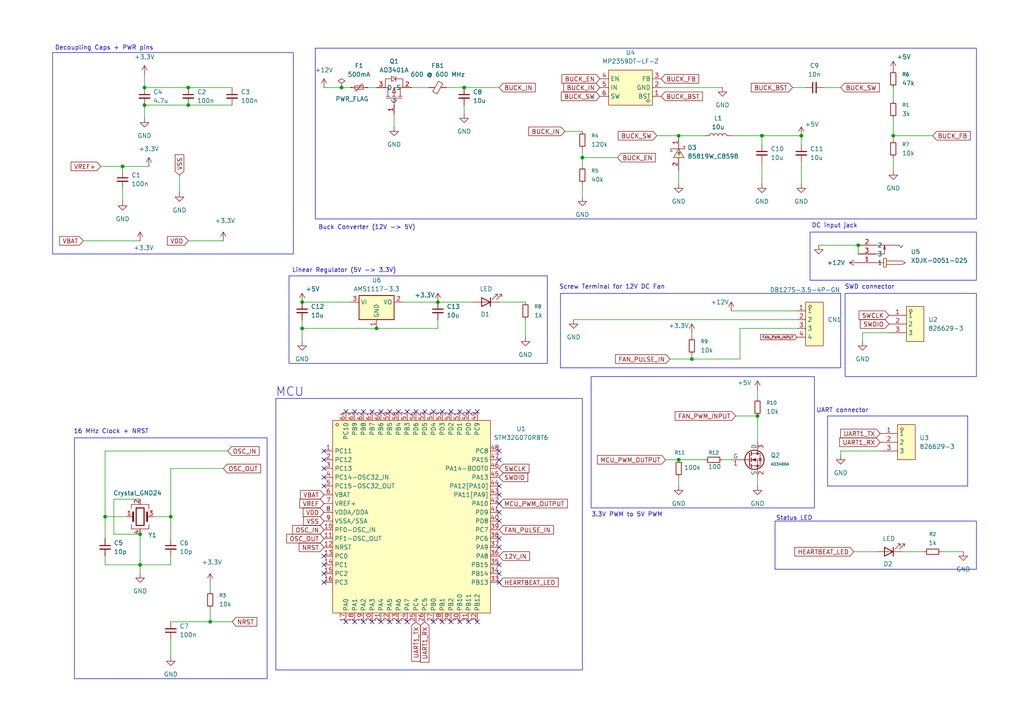
<source format=kicad_sch>
(kicad_sch (version 20250114) (generator "eeschema") (generator_version "9.0")
  (paper "A4")
  (title_block (title "STM32 fan controller") (date "2025-08-30") (rev "v1") (company "github.com/joubiti"))
  (lib_symbols
    (symbol "Device:C_Small" (pin_numbers (hide yes)) (pin_names (offset 0.254) (hide yes))
      (property "Reference" "C" (at 0.254 1.778 0))
      (property "Value" "C_Small" (at 0.254 -2.032 0))
      (symbol "C_Small_1_1"
        (pin passive line (at 0 2.54 270) (length 2.032) (name "~") (number "1"))
        (pin passive line (at 0 -2.54 90) (length 2.032) (name "~") (number "2"))
      )
    )
    (symbol "Device:Crystal_GND24" (pin_names (offset 1.016) (hide yes))
      (property "Reference" "Y" (at 3.175 5.08 0))
      (property "Value" "Crystal_GND24" (at 3.175 3.175 0))
      (symbol "Crystal_GND24_1_1"
        (pin passive line (at -3.81 0 0) (length 1.27) (name "1") (number "1"))
        (pin passive line (at 0 5.08 270) (length 1.27) (name "2") (number "2"))
        (pin passive line (at 0 -5.08 90) (length 1.27) (name "4") (number "4"))
        (pin passive line (at 3.81 0 180) (length 1.27) (name "3") (number "3"))
      )
    )
    (symbol "Device:FerriteBead_Small" (pin_numbers (hide yes)) (pin_names (offset 0))
      (property "Reference" "FB" (at 1.905 1.27 0))
      (property "Value" "FerriteBead_Small" (at 1.905 -1.27 0))
      (symbol "FerriteBead_Small_1_1"
        (pin passive line (at 0 2.54 270) (length 1.27) (name "~") (number "1"))
        (pin passive line (at 0 -2.54 90) (length 1.27) (name "~") (number "2"))
      )
    )
    (symbol "Device:L" (pin_numbers (hide yes)) (pin_names (offset 1.016) (hide yes))
      (property "Reference" "L" (at -1.27 0 90))
      (property "Value" "L" (at 1.905 0 90))
      (symbol "L_1_1"
        (pin passive line (at 0 3.81 270) (length 1.27) (name "1") (number "1"))
        (pin passive line (at 0 -3.81 90) (length 1.27) (name "2") (number "2"))
      )
    )
    (symbol "Device:LED" (pin_numbers (hide yes)) (pin_names (offset 1.016) (hide yes))
      (property "Reference" "D" (at 0 2.54 0))
      (property "Value" "LED" (at 0 -2.54 0))
      (symbol "LED_1_1"
        (pin passive line (at -3.81 0 0) (length 2.54) (name "K") (number "1"))
        (pin passive line (at 3.81 0 180) (length 2.54) (name "A") (number "2"))
      )
    )
    (symbol "Device:Polyfuse_Small" (pin_numbers (hide yes)) (pin_names (offset 0))
      (property "Reference" "F" (at -1.905 0 90))
      (property "Value" "Polyfuse_Small" (at 1.905 0 90))
      (symbol "Polyfuse_Small_1_1"
        (pin passive line (at 0 2.54 270) (length 0.635) (name "~") (number "1"))
        (pin passive line (at 0 -2.54 90) (length 0.635) (name "~") (number "2"))
      )
    )
    (symbol "Device:R_Small" (pin_numbers (hide yes)) (pin_names (offset 0.254) (hide yes))
      (property "Reference" "R" (at 0 0 90))
      (property "Value" "R_Small" (at 1.778 0 90))
      (symbol "R_Small_1_1"
        (pin passive line (at 0 2.54 270) (length 0.762) (name "~") (number "1"))
        (pin passive line (at 0 -2.54 90) (length 0.762) (name "~") (number "2"))
      )
    )
    (symbol "PCM_JLCPCB-Transistors:NMOS,AO3400A" (pin_names (offset 0))
      (property "Reference" "Q" (at 4.8514 0.834 0))
      (property "Value" "AO3400A" (at 4.8514 -1.2122 0))
      (symbol "NMOS,AO3400A_1_1"
        (pin input line (at -5.08 0 0) (length 2.54) (name "G") (number "1"))
        (pin passive line (at 2.54 5.08 270) (length 2.54) (name "D") (number "3"))
        (pin passive line (at 2.54 -5.08 90) (length 2.54) (name "S") (number "2"))
      )
    )
    (symbol "Regulator_Linear:AMS1117-3.3"
      (property "Reference" "U" (at -3.81 3.175 0))
      (property "Value" "AMS1117-3.3" (at 0 3.175 0))
      (symbol "AMS1117-3.3_1_1"
        (pin power_in line (at -7.62 0 0) (length 2.54) (name "VI") (number "3"))
        (pin power_in line (at 0 -7.62 90) (length 2.54) (name "GND") (number "1"))
        (pin power_out line (at 7.62 0 180) (length 2.54) (name "VO") (number "2"))
      )
    )
    (symbol "easyeda2kicad:826629-3"
      (property "Reference" "U" (at 0 -2.54 0))
      (property "Value" "826629-3" (at 0 -12.7 0))
      (symbol "826629-3_0_1"
        (pin unspecified line (at -2.54 -7.62 90) (length 5.08) (name "1") (number "1"))
        (pin unspecified line (at 0 -7.62 90) (length 5.08) (name "2") (number "2"))
        (pin unspecified line (at 2.54 -7.62 90) (length 5.08) (name "3") (number "3"))
      )
    )
    (symbol "easyeda2kicad:AO3401A"
      (property "Reference" "Q" (at 0 10.16 0))
      (property "Value" "AO3401A" (at 0 -10.16 0))
      (symbol "AO3401A_0_1"
        (pin unspecified line (at -5.08 0 0) (length 2.54) (name "G") (number "1"))
        (pin unspecified line (at 2.54 5.08 270) (length 2.54) (name "D") (number "3"))
        (pin unspecified line (at 2.54 -5.08 90) (length 2.54) (name "S") (number "2"))
      )
    )
    (symbol "easyeda2kicad:B5819W_C8598"
      (property "Reference" "D" (at 0 5.08 0))
      (property "Value" "B5819W_C8598" (at 0 -5.08 0))
      (symbol "B5819W_C8598_0_1"
        (pin unspecified line (at -5.08 0 0) (length 3.81) (name "-") (number "1"))
        (pin unspecified line (at 5.08 0 180) (length 3.81) (name "+") (number "2"))
      )
    )
    (symbol "easyeda2kicad:DB127S-3.5-4P-GN"
      (property "Reference" "CN" (at 0 8.89 0))
      (property "Value" "DB127S-3.5-4P-GN" (at 0 -8.89 0))
      (symbol "DB127S-3.5-4P-GN_0_1"
        (pin unspecified line (at -5.08 3.81 0) (length 2.54) (name "1") (number "1"))
        (pin unspecified line (at -5.08 1.27 0) (length 2.54) (name "2") (number "2"))
        (pin unspecified line (at -5.08 -1.27 0) (length 2.54) (name "3") (number "3"))
        (pin unspecified line (at -5.08 -3.81 0) (length 2.54) (name "4") (number "4"))
      )
    )
    (symbol "easyeda2kicad:MP2359DT-LF-Z"
      (property "Reference" "U" (at 0 7.62 0))
      (property "Value" "MP2359DT-LF-Z" (at 0 -7.62 0))
      (symbol "MP2359DT-LF-Z_0_1"
        (pin unspecified line (at -8.89 2.54 0) (length 2.54) (name "BST") (number "1"))
        (pin unspecified line (at -8.89 0 0) (length 2.54) (name "GND") (number "2"))
        (pin unspecified line (at -8.89 -2.54 0) (length 2.54) (name "FB") (number "3"))
        (pin unspecified line (at 8.89 2.54 180) (length 2.54) (name "SW") (number "6"))
        (pin unspecified line (at 8.89 0 180) (length 2.54) (name "IN") (number "5"))
        (pin unspecified line (at 8.89 -2.54 180) (length 2.54) (name "EN") (number "4"))
      )
    )
    (symbol "easyeda2kicad:STM32G070RBT6"
      (property "Reference" "U" (at 0 35.56 0))
      (property "Value" "STM32G070RBT6" (at 0 -35.56 0))
      (symbol "STM32G070RBT6_0_1"
        (pin unspecified line (at -25.4 19.05 0) (length 2.54) (name "PC11") (number "1"))
        (pin unspecified line (at -25.4 16.51 0) (length 2.54) (name "PC12") (number "2"))
        (pin unspecified line (at -25.4 13.97 0) (length 2.54) (name "PC13") (number "3"))
        (pin unspecified line (at -25.4 11.43 0) (length 2.54) (name "PC14-OSC32_IN") (number "4"))
        (pin unspecified line (at -25.4 8.89 0) (length 2.54) (name "PC15-OSC32_OUT") (number "5"))
        (pin unspecified line (at -25.4 6.35 0) (length 2.54) (name "VBAT") (number "6"))
        (pin unspecified line (at -25.4 3.81 0) (length 2.54) (name "VREF+") (number "7"))
        (pin unspecified line (at -25.4 1.27 0) (length 2.54) (name "VDDA/DDA") (number "8"))
        (pin unspecified line (at -25.4 -1.27 0) (length 2.54) (name "VSSA/SSA") (number "9"))
        (pin unspecified line (at -25.4 -3.81 0) (length 2.54) (name "PF0-OSC_IN") (number "10"))
        (pin unspecified line (at -25.4 -6.35 0) (length 2.54) (name "PF1-OSC_OUT") (number "11"))
        (pin unspecified line (at -25.4 -8.89 0) (length 2.54) (name "NRST") (number "12"))
        (pin unspecified line (at -25.4 -11.43 0) (length 2.54) (name "PC0") (number "13"))
        (pin unspecified line (at -25.4 -13.97 0) (length 2.54) (name "PC1") (number "14"))
        (pin unspecified line (at -25.4 -16.51 0) (length 2.54) (name "PC2") (number "15"))
        (pin unspecified line (at -25.4 -19.05 0) (length 2.54) (name "PC3") (number "16"))
        (pin unspecified line (at -19.05 30.48 270) (length 2.54) (name "PC10") (number "64"))
        (pin unspecified line (at -19.05 -30.48 90) (length 2.54) (name "PA0") (number "17"))
        (pin unspecified line (at -16.51 30.48 270) (length 2.54) (name "PB9") (number "63"))
        (pin unspecified line (at -16.51 -30.48 90) (length 2.54) (name "PA1") (number "18"))
        (pin unspecified line (at -13.97 30.48 270) (length 2.54) (name "PB8") (number "62"))
        (pin unspecified line (at -13.97 -30.48 90) (length 2.54) (name "PA2") (number "19"))
        (pin unspecified line (at -11.43 30.48 270) (length 2.54) (name "PB7") (number "61"))
        (pin unspecified line (at -11.43 -30.48 90) (length 2.54) (name "PA3") (number "20"))
        (pin unspecified line (at -8.89 30.48 270) (length 2.54) (name "PB6") (number "60"))
        (pin unspecified line (at -8.89 -30.48 90) (length 2.54) (name "PA4") (number "21"))
        (pin unspecified line (at -6.35 30.48 270) (length 2.54) (name "PB5") (number "59"))
        (pin unspecified line (at -6.35 -30.48 90) (length 2.54) (name "PA5") (number "22"))
        (pin unspecified line (at -3.81 30.48 270) (length 2.54) (name "PB4") (number "58"))
        (pin unspecified line (at -3.81 -30.48 90) (length 2.54) (name "PA6") (number "23"))
        (pin unspecified line (at -1.27 30.48 270) (length 2.54) (name "PB3") (number "57"))
        (pin unspecified line (at -1.27 -30.48 90) (length 2.54) (name "PA7") (number "24"))
        (pin unspecified line (at 1.27 30.48 270) (length 2.54) (name "PD6") (number "56"))
        (pin unspecified line (at 1.27 -30.48 90) (length 2.54) (name "PC4") (number "25"))
        (pin unspecified line (at 3.81 30.48 270) (length 2.54) (name "PD5") (number "55"))
        (pin unspecified line (at 3.81 -30.48 90) (length 2.54) (name "PC5") (number "26"))
        (pin unspecified line (at 6.35 30.48 270) (length 2.54) (name "PD4") (number "54"))
        (pin unspecified line (at 6.35 -30.48 90) (length 2.54) (name "PB0") (number "27"))
        (pin unspecified line (at 8.89 30.48 270) (length 2.54) (name "PD3") (number "53"))
        (pin unspecified line (at 8.89 -30.48 90) (length 2.54) (name "PB1") (number "28"))
        (pin unspecified line (at 11.43 30.48 270) (length 2.54) (name "PD2") (number "52"))
        (pin unspecified line (at 11.43 -30.48 90) (length 2.54) (name "PB2") (number "29"))
        (pin unspecified line (at 13.97 30.48 270) (length 2.54) (name "PD1") (number "51"))
        (pin unspecified line (at 13.97 -30.48 90) (length 2.54) (name "PB10") (number "30"))
        (pin unspecified line (at 16.51 30.48 270) (length 2.54) (name "PD0") (number "50"))
        (pin unspecified line (at 16.51 -30.48 90) (length 2.54) (name "PB11") (number "31"))
        (pin unspecified line (at 19.05 30.48 270) (length 2.54) (name "PC9") (number "49"))
        (pin unspecified line (at 19.05 -30.48 90) (length 2.54) (name "PB12") (number "32"))
        (pin unspecified line (at 25.4 19.05 180) (length 2.54) (name "PC8") (number "48"))
        (pin unspecified line (at 25.4 16.51 180) (length 2.54) (name "PA15") (number "47"))
        (pin unspecified line (at 25.4 13.97 180) (length 2.54) (name "PA14-BOOT0") (number "46"))
        (pin unspecified line (at 25.4 11.43 180) (length 2.54) (name "PA13") (number "45"))
        (pin unspecified line (at 25.4 8.89 180) (length 2.54) (name "PA12[PA10]") (number "44"))
        (pin unspecified line (at 25.4 6.35 180) (length 2.54) (name "PA11[PA9]") (number "43"))
        (pin unspecified line (at 25.4 3.81 180) (length 2.54) (name "PA10") (number "42"))
        (pin unspecified line (at 25.4 1.27 180) (length 2.54) (name "PD9") (number "41"))
        (pin unspecified line (at 25.4 -1.27 180) (length 2.54) (name "PD8") (number "40"))
        (pin unspecified line (at 25.4 -3.81 180) (length 2.54) (name "PC7") (number "39"))
        (pin unspecified line (at 25.4 -6.35 180) (length 2.54) (name "PC6") (number "38"))
        (pin unspecified line (at 25.4 -8.89 180) (length 2.54) (name "PA9") (number "37"))
        (pin unspecified line (at 25.4 -11.43 180) (length 2.54) (name "PA8") (number "36"))
        (pin unspecified line (at 25.4 -13.97 180) (length 2.54) (name "PB15") (number "35"))
        (pin unspecified line (at 25.4 -16.51 180) (length 2.54) (name "PB14") (number "34"))
        (pin unspecified line (at 25.4 -19.05 180) (length 2.54) (name "PB13") (number "33"))
      )
    )
    (symbol "easyeda2kicad:XDJK-0051-025"
      (property "Reference" "U" (at 0 7.62 0))
      (property "Value" "XDJK-0051-025" (at 0 -7.62 0))
      (symbol "XDJK-0051-025_0_1"
        (pin unspecified line (at 7.62 2.54 180) (length 5.08) (name "1") (number "1"))
        (pin unspecified line (at 7.62 0 180) (length 5.08) (name "3") (number "3"))
        (pin unspecified line (at 7.62 -2.54 180) (length 5.08) (name "2") (number "2"))
      )
    )
    (symbol "power:+12V" (power) (pin_numbers (hide yes)) (pin_names (offset 0) (hide yes))
      (property "Value" "+12V" (at 0 3.556 0))
      (symbol "+12V_1_1"
        (pin power_in line (at 0 0 90) (length 0) (name "~") (number "1"))
      )
    )
    (symbol "power:+3.3V" (power) (pin_numbers (hide yes)) (pin_names (offset 0) (hide yes))
      (property "Value" "+3.3V" (at 0 3.556 0))
      (symbol "+3.3V_1_1"
        (pin power_in line (at 0 0 90) (length 0) (name "~") (number "1"))
      )
    )
    (symbol "power:GND" (power) (pin_numbers (hide yes)) (pin_names (offset 0) (hide yes))
      (property "Value" "GND" (at 0 -3.81 0))
      (symbol "GND_1_1"
        (pin power_in line (at 0 0 270) (length 0) (name "~") (number "1"))
      )
    )
    (symbol "power:PWR_FLAG" (power) (pin_numbers (hide yes)) (pin_names (offset 0) (hide yes))
      (property "Value" "PWR_FLAG" (at 0 3.81 0))
      (symbol "PWR_FLAG_0_0"
        (pin power_out line (at 0 0 90) (length 0) (name "~") (number "1"))
      )
    )
  )
  (rectangle (start 245.11 85.09) (end 283.21 109.22))
  (rectangle (start 171.45 109.22) (end 236.22 147.32))
  (rectangle (start 234.95 67.31) (end 283.21 81.28))
  (rectangle (start 224.79 151.13) (end 283.21 165.1))
  (rectangle (start 162.56 85.09) (end 243.84 106.68))
  (rectangle (start 240.03 120.65) (end 280.67 140.97))
  (rectangle (start 21.59 127) (end 77.47 196.85))
  (rectangle (start 83.82 80.01) (end 158.75 105.41))
  (rectangle (start 91.44 13.97) (end 283.21 63.5))
  (rectangle (start 15.24 15.24) (end 85.09 73.66))
  (rectangle (start 80.01 115.57) (end 168.91 194.31))
  (text "MCU" (at 84.074 113.792 0) (effects (font (size 2.54 2.54))))
  (text "UART connector\n" (at 244.348 119.126 0) (effects (font (size 1.27 1.27))))
  (text "Buck Converter (12V -> 5V)" (at 106.426 66.04 0) (effects (font (size 1.27 1.27))))
  (text "Linear Regulator (5V -> 3.3V)" (at 99.822 78.486 0) (effects (font (size 1.27 1.27))))
  (text "Status LED" (at 230.378 150.368 0) (effects (font (size 1.27 1.27))))
  (text "Screw Terminal for 12V DC Fan" (at 177.546 83.312 0) (effects (font (size 1.27 1.27))))
  (text "16 MHz Clock + NRST" (at 32.258 125.222 0) (effects (font (size 1.27 1.27))))
  (text "SWD connector\n" (at 252.222 83.312 0) (effects (font (size 1.27 1.27))))
  (text "DC input jack" (at 242.062 65.532 0) (effects (font (size 1.27 1.27))))
  (text "Decoupling Caps + PWR pins" (at 30.226 13.97 0) (effects (font (size 1.27 1.27))))
  (text "3.3V PWM to 5V PWM" (at 181.864 149.352 0) (effects (font (size 1.27 1.27))))
  (junction (at 60.96 180.34))
  (junction (at 41.91 30.48))
  (junction (at 49.53 149.86))
  (junction (at 200.66 104.14))
  (junction (at 87.63 87.63))
  (junction (at 232.41 39.37))
  (junction (at 259.08 39.37))
  (junction (at 248.92 71.12))
  (junction (at 109.22 95.25))
  (junction (at 220.98 39.37))
  (junction (at 41.91 25.4))
  (junction (at 168.91 45.72))
  (junction (at 134.62 25.4))
  (junction (at 35.56 48.26))
  (junction (at 54.61 25.4))
  (junction (at 30.48 149.86))
  (junction (at 40.64 154.94))
  (junction (at 40.64 163.83))
  (junction (at 219.71 120.65))
  (junction (at 127 87.63))
  (junction (at 99.06 25.4))
  (junction (at 196.85 39.37))
  (junction (at 87.63 95.25))
  (junction (at 54.61 30.48))
  (junction (at 196.85 133.35))
  (no_connect (at 93.98 166.37))
  (no_connect (at 125.73 180.34))
  (no_connect (at 100.33 180.34))
  (no_connect (at 144.78 166.37))
  (no_connect (at 128.27 119.38))
  (no_connect (at 107.95 119.38))
  (no_connect (at 120.65 119.38))
  (no_connect (at 133.35 180.34))
  (no_connect (at 144.78 146.05))
  (no_connect (at 102.87 119.38))
  (no_connect (at 93.98 168.91))
  (no_connect (at 93.98 138.43))
  (no_connect (at 130.81 180.34))
  (no_connect (at 102.87 180.34))
  (no_connect (at 93.98 163.83))
  (no_connect (at 105.41 119.38))
  (no_connect (at 144.78 168.91))
  (no_connect (at 128.27 180.34))
  (no_connect (at 144.78 156.21))
  (no_connect (at 123.19 119.38))
  (no_connect (at 144.78 151.13))
  (no_connect (at 144.78 158.75))
  (no_connect (at 115.57 119.38))
  (no_connect (at 138.43 180.34))
  (no_connect (at 118.11 180.34))
  (no_connect (at 118.11 119.38))
  (no_connect (at 138.43 119.38))
  (no_connect (at 110.49 119.38))
  (no_connect (at 135.89 180.34))
  (no_connect (at 110.49 180.34))
  (no_connect (at 93.98 140.97))
  (no_connect (at 144.78 143.51))
  (no_connect (at 107.95 180.34))
  (no_connect (at 144.78 140.97))
  (no_connect (at 144.78 130.81))
  (no_connect (at 113.03 119.38))
  (no_connect (at 93.98 161.29))
  (no_connect (at 105.41 180.34))
  (no_connect (at 133.35 119.38))
  (no_connect (at 93.98 133.35))
  (no_connect (at 144.78 133.35))
  (no_connect (at 100.33 119.38))
  (no_connect (at 135.89 119.38))
  (no_connect (at 93.98 135.89))
  (no_connect (at 93.98 130.81))
  (no_connect (at 144.78 163.83))
  (no_connect (at 125.73 119.38))
  (no_connect (at 144.78 148.59))
  (no_connect (at 130.81 119.38))
  (no_connect (at 113.03 180.34))
  (no_connect (at 115.57 180.34))
  (wire (pts (xy 30.48 156.21) (xy 30.48 149.86)))
  (wire (pts (xy 229.87 25.4) (xy 233.68 25.4)))
  (wire (pts (xy 40.64 144.78) (xy 33.02 144.78)))
  (wire (pts (xy 134.62 30.48) (xy 134.62 33.02)))
  (wire (pts (xy 168.91 45.72) (xy 168.91 48.26)))
  (wire (pts (xy 87.63 92.71) (xy 87.63 95.25)))
  (wire (pts (xy 219.71 113.03) (xy 219.71 115.57)))
  (wire (pts (xy 24.13 69.85) (xy 40.64 69.85)))
  (wire (pts (xy 30.48 161.29) (xy 30.48 163.83)))
  (wire (pts (xy 168.91 45.72) (xy 179.07 45.72)))
  (wire (pts (xy 196.85 138.43) (xy 196.85 140.97)))
  (wire (pts (xy 114.3 33.02) (xy 114.3 36.83)))
  (wire (pts (xy 166.37 92.71) (xy 231.14 92.71)))
  (wire (pts (xy 87.63 95.25) (xy 87.63 99.06)))
  (wire (pts (xy 64.77 69.85) (xy 54.61 69.85)))
  (wire (pts (xy 49.53 163.83) (xy 40.64 163.83)))
  (wire (pts (xy 49.53 149.86) (xy 49.53 156.21)))
  (wire (pts (xy 49.53 135.89) (xy 49.53 149.86)))
  (wire (pts (xy 49.53 180.34) (xy 60.96 180.34)))
  (wire (pts (xy 93.98 25.4) (xy 99.06 25.4)))
  (wire (pts (xy 219.71 138.43) (xy 219.71 140.97)))
  (wire (pts (xy 212.09 39.37) (xy 220.98 39.37)))
  (wire (pts (xy 273.05 160.02) (xy 279.4 160.02)))
  (wire (pts (xy 237.49 71.12) (xy 248.92 71.12)))
  (wire (pts (xy 54.61 30.48) (xy 67.31 30.48)))
  (wire (pts (xy 220.98 39.37) (xy 220.98 41.91)))
  (wire (pts (xy 109.22 95.25) (xy 127 95.25)))
  (wire (pts (xy 35.56 54.61) (xy 35.56 58.42)))
  (wire (pts (xy 54.61 30.48) (xy 41.91 30.48)))
  (wire (pts (xy 200.66 96.52) (xy 200.66 97.79)))
  (wire (pts (xy 200.66 104.14) (xy 214.63 104.14)))
  (wire (pts (xy 193.04 133.35) (xy 196.85 133.35)))
  (wire (pts (xy 127 95.25) (xy 127 92.71)))
  (wire (pts (xy 49.53 161.29) (xy 49.53 163.83)))
  (wire (pts (xy 214.63 104.14) (xy 214.63 95.25)))
  (wire (pts (xy 41.91 30.48) (xy 41.91 34.29)))
  (wire (pts (xy 87.63 87.63) (xy 101.6 87.63)))
  (wire (pts (xy 168.91 43.18) (xy 168.91 45.72)))
  (wire (pts (xy 144.78 87.63) (xy 152.4 87.63)))
  (wire (pts (xy 49.53 185.42) (xy 49.53 190.5)))
  (wire (pts (xy 196.85 39.37) (xy 204.47 39.37)))
  (wire (pts (xy 60.96 180.34) (xy 67.31 180.34)))
  (wire (pts (xy 220.98 46.99) (xy 220.98 53.34)))
  (wire (pts (xy 60.96 176.53) (xy 60.96 180.34)))
  (wire (pts (xy 190.5 39.37) (xy 196.85 39.37)))
  (wire (pts (xy 250.19 96.52) (xy 250.19 99.06)))
  (wire (pts (xy 213.36 120.65) (xy 219.71 120.65)))
  (wire (pts (xy 243.84 130.81) (xy 243.84 132.08)))
  (wire (pts (xy 219.71 120.65) (xy 219.71 128.27)))
  (wire (pts (xy 152.4 92.71) (xy 152.4 97.79)))
  (wire (pts (xy 261.62 160.02) (xy 267.97 160.02)))
  (wire (pts (xy 232.41 39.37) (xy 232.41 41.91)))
  (wire (pts (xy 212.09 90.17) (xy 231.14 90.17)))
  (wire (pts (xy 119.38 25.4) (xy 124.46 25.4)))
  (wire (pts (xy 35.56 48.26) (xy 43.18 48.26)))
  (wire (pts (xy 259.08 34.29) (xy 259.08 39.37)))
  (wire (pts (xy 40.64 163.83) (xy 40.64 166.37)))
  (wire (pts (xy 99.06 25.4) (xy 101.6 25.4)))
  (wire (pts (xy 257.81 96.52) (xy 250.19 96.52)))
  (wire (pts (xy 163.83 38.1) (xy 168.91 38.1)))
  (wire (pts (xy 214.63 95.25) (xy 231.14 95.25)))
  (wire (pts (xy 52.07 50.8) (xy 52.07 55.88)))
  (wire (pts (xy 64.77 135.89) (xy 49.53 135.89)))
  (wire (pts (xy 191.77 25.4) (xy 209.55 25.4)))
  (wire (pts (xy 259.08 39.37) (xy 270.51 39.37)))
  (wire (pts (xy 127 87.63) (xy 137.16 87.63)))
  (wire (pts (xy 220.98 39.37) (xy 232.41 39.37)))
  (wire (pts (xy 33.02 144.78) (xy 33.02 154.94)))
  (wire (pts (xy 41.91 25.4) (xy 54.61 25.4)))
  (wire (pts (xy 41.91 21.59) (xy 41.91 25.4)))
  (wire (pts (xy 35.56 48.26) (xy 35.56 49.53)))
  (wire (pts (xy 196.85 133.35) (xy 204.47 133.35)))
  (wire (pts (xy 259.08 39.37) (xy 259.08 40.64)))
  (wire (pts (xy 134.62 25.4) (xy 144.78 25.4)))
  (wire (pts (xy 194.31 104.14) (xy 200.66 104.14)))
  (wire (pts (xy 259.08 25.4) (xy 259.08 29.21)))
  (wire (pts (xy 106.68 25.4) (xy 109.22 25.4)))
  (wire (pts (xy 54.61 25.4) (xy 67.31 25.4)))
  (wire (pts (xy 232.41 46.99) (xy 232.41 53.34)))
  (wire (pts (xy 129.54 25.4) (xy 134.62 25.4)))
  (wire (pts (xy 116.84 87.63) (xy 127 87.63)))
  (wire (pts (xy 209.55 133.35) (xy 212.09 133.35)))
  (wire (pts (xy 259.08 45.72) (xy 259.08 49.53)))
  (wire (pts (xy 40.64 154.94) (xy 40.64 163.83)))
  (wire (pts (xy 200.66 104.14) (xy 200.66 102.87)))
  (wire (pts (xy 247.65 160.02) (xy 254 160.02)))
  (wire (pts (xy 29.21 48.26) (xy 35.56 48.26)))
  (wire (pts (xy 60.96 168.91) (xy 60.96 171.45)))
  (wire (pts (xy 238.76 25.4) (xy 243.84 25.4)))
  (wire (pts (xy 30.48 149.86) (xy 36.83 149.86)))
  (wire (pts (xy 30.48 149.86) (xy 30.48 130.81)))
  (wire (pts (xy 255.27 130.81) (xy 243.84 130.81)))
  (wire (pts (xy 30.48 163.83) (xy 40.64 163.83)))
  (wire (pts (xy 30.48 130.81) (xy 66.04 130.81)))
  (wire (pts (xy 87.63 95.25) (xy 109.22 95.25)))
  (wire (pts (xy 168.91 53.34) (xy 168.91 57.15)))
  (wire (pts (xy 44.45 149.86) (xy 49.53 149.86)))
  (wire (pts (xy 248.92 71.12) (xy 248.92 73.66)))
  (wire (pts (xy 196.85 49.53) (xy 196.85 53.34)))
  (wire (pts (xy 33.02 154.94) (xy 40.64 154.94)))
  (global_label "FAN_PULSE_IN" (shape input) (at 194.31 104.14 180) (property "Intersheetrefs" "${INTERSHEET_REFS}" (effects (hide yes))))
  (global_label "FAN_PWM_INPUT" (shape input) (at 231.14 97.79 180) (effects (font (size 0.762 0.762))) (property "Intersheetrefs" "${INTERSHEET_REFS}" (effects (hide yes))))
  (global_label "FAN_PWM_INPUT" (shape input) (at 213.36 120.65 180) (property "Intersheetrefs" "${INTERSHEET_REFS}" (effects (hide yes))))
  (global_label "BUCK_EN" (shape input) (at 173.99 22.86 180) (property "Intersheetrefs" "${INTERSHEET_REFS}" (effects (hide yes))))
  (global_label "BUCK_SW" (shape input) (at 173.99 27.94 180) (property "Intersheetrefs" "${INTERSHEET_REFS}" (effects (hide yes))))
  (global_label "HEARTBEAT_LED" (shape input) (at 144.78 168.91 0) (property "Intersheetrefs" "${INTERSHEET_REFS}" (effects (hide yes))))
  (global_label "VDD" (shape input) (at 93.98 148.59 180) (property "Intersheetrefs" "${INTERSHEET_REFS}" (effects (hide yes))))
  (global_label "BUCK_SW" (shape input) (at 243.84 25.4 0) (property "Intersheetrefs" "${INTERSHEET_REFS}" (effects (hide yes))))
  (global_label "SWDIO" (shape input) (at 257.81 93.98 180) (property "Intersheetrefs" "${INTERSHEET_REFS}" (effects (hide yes))))
  (global_label "BUCK_IN" (shape input) (at 173.99 25.4 180) (property "Intersheetrefs" "${INTERSHEET_REFS}" (effects (hide yes))))
  (global_label "BUCK_BST" (shape input) (at 191.77 27.94 0) (property "Intersheetrefs" "${INTERSHEET_REFS}" (effects (hide yes))))
  (global_label "UART1_RX" (shape input) (at 255.27 128.27 180) (property "Intersheetrefs" "${INTERSHEET_REFS}" (effects (hide yes))))
  (global_label "BUCK_FB" (shape input) (at 270.51 39.37 0) (property "Intersheetrefs" "${INTERSHEET_REFS}" (effects (hide yes))))
  (global_label "VREF+" (shape input) (at 29.21 48.26 180) (property "Intersheetrefs" "${INTERSHEET_REFS}" (effects (hide yes))))
  (global_label "VSS" (shape input) (at 93.98 151.13 180) (property "Intersheetrefs" "${INTERSHEET_REFS}" (effects (hide yes))))
  (global_label "BUCK_SW" (shape input) (at 190.5 39.37 180) (property "Intersheetrefs" "${INTERSHEET_REFS}" (effects (hide yes))))
  (global_label "NRST" (shape input) (at 67.31 180.34 0) (property "Intersheetrefs" "${INTERSHEET_REFS}" (effects (hide yes))))
  (global_label "VBAT" (shape input) (at 24.13 69.85 180) (property "Intersheetrefs" "${INTERSHEET_REFS}" (effects (hide yes))))
  (global_label "SWCLK" (shape input) (at 257.81 91.44 180) (property "Intersheetrefs" "${INTERSHEET_REFS}" (effects (hide yes))))
  (global_label "OSC_IN" (shape input) (at 66.04 130.81 0) (property "Intersheetrefs" "${INTERSHEET_REFS}" (effects (hide yes))))
  (global_label "BUCK_IN" (shape input) (at 144.78 25.4 0) (property "Intersheetrefs" "${INTERSHEET_REFS}" (effects (hide yes))))
  (global_label "NRST" (shape input) (at 93.98 158.75 180) (property "Intersheetrefs" "${INTERSHEET_REFS}" (effects (hide yes))))
  (global_label "UART1_TX" (shape input) (at 120.65 180.34 270) (property "Intersheetrefs" "${INTERSHEET_REFS}" (effects (hide yes))))
  (global_label "OSC_IN" (shape input) (at 93.98 153.67 180) (property "Intersheetrefs" "${INTERSHEET_REFS}" (effects (hide yes))))
  (global_label "VREF" (shape input) (at 93.98 146.05 180) (property "Intersheetrefs" "${INTERSHEET_REFS}" (effects (hide yes))))
  (global_label "UART1_TX" (shape input) (at 255.27 125.73 180) (property "Intersheetrefs" "${INTERSHEET_REFS}" (effects (hide yes))))
  (global_label "BUCK_BST" (shape input) (at 229.87 25.4 180) (property "Intersheetrefs" "${INTERSHEET_REFS}" (effects (hide yes))))
  (global_label "MCU_PWM_OUTPUT" (shape input) (at 193.04 133.35 180) (property "Intersheetrefs" "${INTERSHEET_REFS}" (effects (hide yes))))
  (global_label "BUCK_FB" (shape input) (at 191.77 22.86 0) (property "Intersheetrefs" "${INTERSHEET_REFS}" (effects (hide yes))))
  (global_label "VBAT" (shape input) (at 93.98 143.51 180) (property "Intersheetrefs" "${INTERSHEET_REFS}" (effects (hide yes))))
  (global_label "UART1_RX" (shape input) (at 123.19 180.34 270) (property "Intersheetrefs" "${INTERSHEET_REFS}" (effects (hide yes))))
  (global_label "SWCLK" (shape input) (at 144.78 135.89 0) (property "Intersheetrefs" "${INTERSHEET_REFS}" (effects (hide yes))))
  (global_label "VDD" (shape input) (at 54.61 69.85 180) (property "Intersheetrefs" "${INTERSHEET_REFS}" (effects (hide yes))))
  (global_label "OSC_OUT" (shape input) (at 64.77 135.89 0) (property "Intersheetrefs" "${INTERSHEET_REFS}" (effects (hide yes))))
  (global_label "VSS" (shape input) (at 52.07 50.8 90) (property "Intersheetrefs" "${INTERSHEET_REFS}" (effects (hide yes))))
  (global_label "FAN_PULSE_IN" (shape input) (at 144.78 153.67 0) (property "Intersheetrefs" "${INTERSHEET_REFS}" (effects (hide yes))))
  (global_label "OSC_OUT" (shape input) (at 93.98 156.21 180) (property "Intersheetrefs" "${INTERSHEET_REFS}" (effects (hide yes))))
  (global_label "12V_IN" (shape input) (at 144.78 161.29 0) (property "Intersheetrefs" "${INTERSHEET_REFS}" (effects (hide yes))))
  (global_label "HEARTBEAT_LED" (shape input) (at 247.65 160.02 180) (property "Intersheetrefs" "${INTERSHEET_REFS}" (effects (hide yes))))
  (global_label "MCU_PWM_OUTPUT" (shape input) (at 144.78 146.05 0) (property "Intersheetrefs" "${INTERSHEET_REFS}" (effects (hide yes))))
  (global_label "SWDIO" (shape input) (at 144.78 138.43 0) (property "Intersheetrefs" "${INTERSHEET_REFS}" (effects (hide yes))))
  (global_label "BUCK_IN" (shape input) (at 163.83 38.1 180) (property "Intersheetrefs" "${INTERSHEET_REFS}" (effects (hide yes))))
  (global_label "BUCK_EN" (shape input) (at 179.07 45.72 0) (property "Intersheetrefs" "${INTERSHEET_REFS}" (effects (hide yes))))
  (symbol (lib_id "power:+3.3V") (at 200.66 96.52 0) (unit 1)
    (property "Reference" "#PWR030" (effects (hide yes)))
    (property "Value" "+3.3V" (at 196.85 94.488 0))
    (property "Description" "Power symbol creates a global label with name \"+3.3V\"" (effects (hide yes)))
  )
  (symbol (lib_id "power:GND") (at 220.98 53.34 0) (unit 1)
    (property "Reference" "#PWR021" (effects (hide yes)))
    (property "Value" "GND" (at 220.98 58.42 0))
    (property "Description" "Power symbol creates a global label with name \"GND\" , ground" (effects (hide yes)))
  )
  (symbol (lib_id "power:GND") (at 259.08 49.53 0) (unit 1)
    (property "Reference" "#PWR09" (effects (hide yes)))
    (property "Value" "GND" (at 259.08 54.61 0))
    (property "Description" "Power symbol creates a global label with name \"GND\" , ground" (effects (hide yes)))
  )
  (symbol (lib_id "easyeda2kicad:B5819W_C8598") (at 196.85 44.45 270) (unit 1)
    (property "Reference" "D3" (at 199.39 42.7999 90) (effects (justify left)))
    (property "Value" "B5819W_C8598" (at 199.39 45.3399 90) (effects (justify left)))
    (property "Footprint" "easyeda2kicad:SOD-123_L2.7-W1.6-LS3.7-RD-1" (effects (hide yes)))
    (property "Datasheet" "https://lcsc.com/product-detail/Schottky-Barrier-Diodes-SBD_B5819W-SL_C8598.html" (effects (hide yes)))
    (property "LCSC Part" "C8598" (effects (hide yes)))
  )
  (symbol (lib_id "Device:R_Small") (at 200.66 100.33 0) (unit 1)
    (property "Reference" "R9" (at 203.2 99.0599 0) (effects (font (size 1.016 1.016)) (justify left)))
    (property "Value" "10k" (at 203.2 101.5999 0) (effects (justify left)))
    (property "Description" "Resistor, small symbol" (effects (hide yes)))
  )
  (symbol (lib_id "power:GND") (at 152.4 97.79 0) (unit 1)
    (property "Reference" "#PWR025" (effects (hide yes)))
    (property "Value" "GND" (at 152.4 102.87 0))
    (property "Description" "Power symbol creates a global label with name \"GND\" , ground" (effects (hide yes)))
  )
  (symbol (lib_id "Device:Crystal_GND24") (at 40.64 149.86 0) (unit 1)
    (property "Reference" "Y1" (at 44.196 155.194 0))
    (property "Value" "Crystal_GND24" (at 39.878 143.002 0))
    (property "Description" "Four pin crystal, GND on pins 2 and 4" (effects (hide yes)))
  )
  (symbol (lib_id "power:GND") (at 168.91 57.15 0) (unit 1)
    (property "Reference" "#PWR019" (effects (hide yes)))
    (property "Value" "GND" (at 168.91 62.23 0))
    (property "Description" "Power symbol creates a global label with name \"GND\" , ground" (effects (hide yes)))
  )
  (symbol (lib_id "Device:R_Small") (at 259.08 22.86 0) (unit 1)
    (property "Reference" "R6" (at 261.62 21.5899 0) (effects (font (size 1.016 1.016)) (justify left)))
    (property "Value" "47k" (at 261.62 24.1299 0) (effects (justify left)))
    (property "Description" "Resistor, small symbol" (effects (hide yes)))
  )
  (symbol (lib_id "Device:R_Small") (at 207.01 133.35 90) (unit 1)
    (property "Reference" "R12" (at 207.01 131.318 90) (effects (font (size 1.016 1.016))))
    (property "Value" "100" (at 207.264 135.382 90))
    (property "Description" "Resistor, small symbol" (effects (hide yes)))
  )
  (symbol (lib_id "Device:R_Small") (at 259.08 31.75 0) (unit 1)
    (property "Reference" "R1" (at 261.62 30.4799 0) (effects (font (size 1.016 1.016)) (justify left)))
    (property "Value" "3k" (at 261.62 33.0199 0) (effects (justify left)))
    (property "Description" "Resistor, small symbol" (effects (hide yes)))
  )
  (symbol (lib_id "power:+3.3V") (at 43.18 48.26 0) (unit 1)
    (property "Reference" "#PWR01" (effects (hide yes)))
    (property "Value" "+3.3V" (at 43.18 43.18 0))
    (property "Description" "Power symbol creates a global label with name \"+3.3V\"" (effects (hide yes)))
  )
  (symbol (lib_id "power:+3.3V") (at 41.91 21.59 0) (unit 1)
    (property "Reference" "#PWR07" (effects (hide yes)))
    (property "Value" "+3.3V" (at 41.91 16.51 0))
    (property "Description" "Power symbol creates a global label with name \"+3.3V\"" (effects (hide yes)))
  )
  (symbol (lib_id "Device:C_Small") (at 236.22 25.4 90) (unit 1)
    (property "Reference" "C9" (at 236.2263 19.05 90))
    (property "Value" "10n" (at 236.2263 21.59 90))
    (property "Description" "Unpolarized capacitor, small symbol" (effects (hide yes)))
  )
  (symbol (lib_id "Device:C_Small") (at 49.53 158.75 0) (unit 1)
    (property "Reference" "C6" (at 52.07 157.4862 0) (effects (justify left)))
    (property "Value" "10p" (at 52.07 160.0262 0) (effects (justify left)))
    (property "Description" "Unpolarized capacitor, small symbol" (effects (hide yes)))
  )
  (symbol (lib_id "power:GND") (at 219.71 140.97 0) (unit 1)
    (property "Reference" "#PWR034" (effects (hide yes)))
    (property "Value" "GND" (at 219.71 146.05 0))
    (property "Description" "Power symbol creates a global label with name \"GND\" , ground" (effects (hide yes)))
  )
  (symbol (lib_id "power:GND") (at 196.85 53.34 0) (unit 1)
    (property "Reference" "#PWR020" (effects (hide yes)))
    (property "Value" "GND" (at 196.85 58.42 0))
    (property "Description" "Power symbol creates a global label with name \"GND\" , ground" (effects (hide yes)))
  )
  (symbol (lib_id "power:+3.3V") (at 232.41 39.37 0) (unit 1)
    (property "Reference" "#PWR023" (effects (hide yes)))
    (property "Value" "+5V" (at 233.426 36.068 0) (effects (justify left)))
    (property "Description" "Power symbol creates a global label with name \"+3.3V\"" (effects (hide yes)))
  )
  (symbol (lib_id "power:+3.3V") (at 64.77 69.85 0) (unit 1)
    (property "Reference" "#PWR05" (effects (hide yes)))
    (property "Value" "+3.3V" (at 65.278 64.008 0))
    (property "Description" "Power symbol creates a global label with name \"+3.3V\"" (effects (hide yes)))
  )
  (symbol (lib_id "power:GND") (at 166.37 92.71 0) (unit 1)
    (property "Reference" "#PWR029" (effects (hide yes)))
    (property "Value" "GND" (at 166.37 97.79 0))
    (property "Description" "Power symbol creates a global label with name \"GND\" , ground" (effects (hide yes)))
  )
  (symbol (lib_id "power:GND") (at 243.84 132.08 0) (unit 1)
    (property "Reference" "#PWR011" (effects (hide yes)))
    (property "Value" "GND" (at 243.84 137.16 0))
    (property "Description" "Power symbol creates a global label with name \"GND\" , ground" (effects (hide yes)))
  )
  (symbol (lib_id "Device:R_Small") (at 60.96 173.99 0) (unit 1)
    (property "Reference" "R3" (at 63.5 172.7199 0) (effects (font (size 1.016 1.016)) (justify left)))
    (property "Value" "10k" (at 63.5 175.2599 0) (effects (justify left)))
    (property "Description" "Resistor, small symbol" (effects (hide yes)))
  )
  (symbol (lib_id "Device:C_Small") (at 35.56 52.07 0) (unit 1)
    (property "Reference" "C1" (at 38.1 50.8062 0) (effects (justify left)))
    (property "Value" "100n" (at 38.1 53.3462 0) (effects (justify left)))
    (property "Description" "Unpolarized capacitor, small symbol" (effects (hide yes)))
  )
  (symbol (lib_id "Device:R_Small") (at 152.4 90.17 180) (unit 1)
    (property "Reference" "R8" (at 154.94 88.8999 0) (effects (font (size 1.016 1.016)) (justify right)))
    (property "Value" "1k" (at 154.94 91.4399 0) (effects (justify right)))
    (property "Description" "Resistor, small symbol" (effects (hide yes)))
  )
  (symbol (lib_id "Device:C_Small") (at 220.98 44.45 0) (unit 1)
    (property "Reference" "C10" (at 223.52 43.1862 0) (effects (justify left)))
    (property "Value" "10u" (at 223.52 45.7262 0) (effects (justify left)))
    (property "Description" "Unpolarized capacitor, small symbol" (effects (hide yes)))
  )
  (symbol (lib_id "easyeda2kicad:MP2359DT-LF-Z") (at 182.88 25.4 180) (unit 1)
    (property "Reference" "U4" (at 182.88 15.24 0))
    (property "Value" "MP2359DT-LF-Z" (at 182.88 17.78 0))
    (property "Footprint" "easyeda2kicad:SOT-23-6_L2.9-W1.6-P0.95-LS2.8-BR" (effects (hide yes)))
    (property "LCSC Part" "C6595509" (effects (hide yes)))
  )
  (symbol (lib_id "easyeda2kicad:STM32G070RBT6") (at 119.38 149.86 0) (unit 1)
    (property "Reference" "U1" (at 151.13 124.3898 0))
    (property "Value" "STM32G070RBT6" (at 151.13 126.9298 0))
    (property "Footprint" "easyeda2kicad:LQFP-64_L10.0-W10.0-P0.50-LS12.0-BL" (effects (hide yes)))
    (property "Datasheet" "https://lcsc.com/product-detail/ST-Microelectronics_STMicroelectronics-STM32G070RBT6_C529340.html" (effects (hide yes)))
    (property "LCSC Part" "C529340" (effects (hide yes)))
  )
  (symbol (lib_id "power:GND") (at 114.3 36.83 0) (unit 1)
    (property "Reference" "#PWR017" (effects (hide yes)))
    (property "Value" "GND" (at 114.3 41.91 0))
    (property "Description" "Power symbol creates a global label with name \"GND\" , ground" (effects (hide yes)))
  )
  (symbol (lib_id "Device:R_Small") (at 219.71 118.11 0) (unit 1)
    (property "Reference" "R10" (at 222.25 116.8399 0) (effects (font (size 1.016 1.016)) (justify left)))
    (property "Value" "10k" (at 222.25 119.3799 0) (effects (justify left)))
    (property "Description" "Resistor, small symbol" (effects (hide yes)))
  )
  (symbol (lib_id "easyeda2kicad:AO3401A") (at 114.3 27.94 90) (unit 1)
    (property "Reference" "Q1" (at 114.3 17.78 90))
    (property "Value" "AO3401A" (at 114.3 20.32 90))
    (property "Footprint" "easyeda2kicad:SOT-23_L2.9-W1.3-P1.90-LS2.4-BR" (effects (hide yes)))
    (property "Datasheet" "https://lcsc.com/product-detail/MOSFET_AOS_AO3401A_AO3401A_C15127.html" (effects (hide yes)))
    (property "LCSC Part" "C15127" (effects (hide yes)))
  )
  (symbol (lib_id "easyeda2kicad:826629-3") (at 265.43 93.98 270) (unit 1)
    (property "Reference" "U2" (at 269.24 92.7099 90) (effects (justify left)))
    (property "Value" "826629-3" (at 269.24 95.2499 90) (effects (justify left)))
    (property "Footprint" "easyeda2kicad:HDR-TH_3P-P2.54-V-M-1" (effects (hide yes)))
    (property "Datasheet" "https://lcsc.com/product-detail/Others_TE-Connectivity_826629-3_TE-Connectivity-826629-3_C306127.html" (effects (hide yes)))
    (property "LCSC Part" "C306127" (effects (hide yes)))
  )
  (symbol (lib_id "power:GND") (at 41.91 34.29 0) (unit 1)
    (property "Reference" "#PWR06" (effects (hide yes)))
    (property "Value" "GND" (at 41.91 39.37 0))
    (property "Description" "Power symbol creates a global label with name \"GND\" , ground" (effects (hide yes)))
  )
  (symbol (lib_id "Device:R_Small") (at 259.08 43.18 0) (unit 1)
    (property "Reference" "R7" (at 261.62 41.9099 0) (effects (font (size 1.016 1.016)) (justify left)))
    (property "Value" "10k" (at 261.62 44.4499 0) (effects (justify left)))
    (property "Description" "Resistor, small symbol" (effects (hide yes)))
  )
  (symbol (lib_id "PCM_JLCPCB-Transistors:NMOS,AO3400A") (at 217.17 133.35 0) (unit 1)
    (property "Reference" "Q2" (at 223.52 132.0799 0) (effects (justify left)))
    (property "Value" "AO3400A" (at 223.52 134.62 0) (effects (font (size 0.8 0.8)) (justify left)))
    (property "Footprint" "PCM_JLCPCB:Q_SOT-23" (effects (hide yes)))
    (property "Datasheet" "https://www.lcsc.com/datasheet/lcsc_datasheet_1811081213_Alpha---Omega-Semicon-AO3400A_C20917.pdf" (effects (hide yes)))
    (property "Description" "30V 5.7A 26.5mΩ@10V,5.7A 1.4W 1.5V@250uA 1 N-Channel SOT-23-3L MOSFETs ROHS" (effects (hide yes)))
    (property "LCSC" "C20917" (effects (hide yes)))
    (property "Stock" "463122" (effects (hide yes)))
    (property "Price" "0.074USD" (effects (hide yes)))
    (property "Process" "SMT" (effects (hide yes)))
    (property "Minimum Qty" "5" (effects (hide yes)))
    (property "Attrition Qty" "4" (effects (hide yes)))
    (property "Class" "Basic Component" (effects (hide yes)))
    (property "Category" "Transistors,MOSFETs" (effects (hide yes)))
    (property "Manufacturer" "Alpha & Omega Semicon" (effects (hide yes)))
    (property "Part" "AO3400A" (effects (hide yes)))
    (property "Continuous Drain Current (Id)" "5.7A" (effects (hide yes)))
    (property "Input Capacitance (Ciss@Vds)" "630pF@15V" (effects (hide yes)))
    (property "Operating Temperature" "-55°C~+150°C@(Tj)" (effects (hide yes)))
    (property "Type" "1 N-channel" (effects (hide yes)))
    (property "Drain Source Voltage (Vdss)" "30V" (effects (hide yes)))
    (property "Power Dissipation (Pd)" "1.4W" (effects (hide yes)))
    (property "Gate Threshold Voltage (Vgs(th)@Id)" "1.5V@250uA" (effects (hide yes)))
    (property "Drain Source On Resistance (RDS(on)@Vgs,Id)" "26.5mΩ@10V,5.7A" (effects (hide yes)))
    (property "Total Gate Charge (Qg@Vgs)" "7nC@4.5V" (effects (hide yes)))
  )
  (symbol (lib_id "Device:C_Small") (at 134.62 27.94 0) (unit 1)
    (property "Reference" "C8" (at 137.16 26.6762 0) (effects (justify left)))
    (property "Value" "10u" (at 137.16 29.2162 0) (effects (justify left)))
    (property "Description" "Unpolarized capacitor, small symbol" (effects (hide yes)))
  )
  (symbol (lib_id "Device:C_Small") (at 54.61 27.94 0) (unit 1)
    (property "Reference" "C2" (at 57.15 26.6762 0) (effects (justify left)))
    (property "Value" "100n" (at 57.15 29.2162 0) (effects (justify left)))
    (property "Description" "Unpolarized capacitor, small symbol" (effects (hide yes)))
  )
  (symbol (lib_id "power:PWR_FLAG") (at 99.06 25.4 0) (unit 1)
    (property "Reference" "#FLG01" (effects (hide yes)))
    (property "Value" "PWR_FLAG" (at 102.108 28.702 0))
    (property "Description" "Special symbol for telling ERC where power comes from" (effects (hide yes)))
  )
  (symbol (lib_id "Device:R_Small") (at 196.85 135.89 0) (unit 1)
    (property "Reference" "R11" (at 195.58 131.318 0) (effects (font (size 1.016 1.016)) (justify left)))
    (property "Value" "100k" (at 198.374 135.636 0) (effects (justify left)))
    (property "Description" "Resistor, small symbol" (effects (hide yes)))
  )
  (symbol (lib_id "power:+3.3V") (at 127 87.63 0) (unit 1)
    (property "Reference" "#PWR036" (effects (hide yes)))
    (property "Value" "+3.3V" (at 123.19 85.598 0))
    (property "Description" "Power symbol creates a global label with name \"+3.3V\"" (effects (hide yes)))
  )
  (symbol (lib_id "power:GND") (at 52.07 55.88 0) (unit 1)
    (property "Reference" "#PWR04" (effects (hide yes)))
    (property "Value" "GND" (at 52.07 60.96 0))
    (property "Description" "Power symbol creates a global label with name \"GND\" , ground" (effects (hide yes)))
  )
  (symbol (lib_id "easyeda2kicad:XDJK-0051-025") (at 256.54 73.66 180) (unit 1)
    (property "Reference" "U5" (at 264.16 73.0249 0) (effects (justify right)))
    (property "Value" "XDJK-0051-025" (at 264.16 75.5649 0) (effects (justify right)))
    (property "Footprint" "easyeda2kicad:DC-IN-TH_XDJK-0051-025" (effects (hide yes)))
    (property "LCSC Part" "C7498153" (effects (hide yes)))
  )
  (symbol (lib_id "power:+12V") (at 248.92 76.2 90) (unit 1)
    (property "Reference" "#PWR027" (effects (hide yes)))
    (property "Value" "+12V" (at 245.11 76.1999 90) (effects (justify left)))
    (property "Description" "Power symbol creates a global label with name \"+12V\"" (effects (hide yes)))
  )
  (symbol (lib_id "Device:R_Small") (at 168.91 40.64 0) (unit 1)
    (property "Reference" "R4" (at 171.45 39.3699 0) (effects (font (size 1.016 1.016)) (justify left)))
    (property "Value" "120k" (at 171.45 41.9099 0) (effects (justify left)))
    (property "Description" "Resistor, small symbol" (effects (hide yes)))
  )
  (symbol (lib_id "Regulator_Linear:AMS1117-3.3") (at 109.22 87.63 0) (unit 1)
    (property "Reference" "U6" (at 109.22 81.28 0))
    (property "Value" "AMS1117-3.3" (at 109.22 83.82 0))
    (property "Footprint" "Package_TO_SOT_SMD:SOT-223-3_TabPin2" (effects (hide yes)))
    (property "Datasheet" "http://www.advanced-monolithic.com/pdf/ds1117.pdf" (effects (hide yes)))
    (property "Description" "1A Low Dropout regulator, positive, 3.3V fixed output, SOT-223" (effects (hide yes)))
  )
  (symbol (lib_id "power:GND") (at 35.56 58.42 0) (unit 1)
    (property "Reference" "#PWR03" (effects (hide yes)))
    (property "Value" "GND" (at 35.56 63.5 0))
    (property "Description" "Power symbol creates a global label with name \"GND\" , ground" (effects (hide yes)))
  )
  (symbol (lib_id "Device:C_Small") (at 30.48 158.75 0) (unit 1)
    (property "Reference" "C5" (at 33.02 157.4862 0) (effects (justify left)))
    (property "Value" "10p" (at 33.02 160.0262 0) (effects (justify left)))
    (property "Description" "Unpolarized capacitor, small symbol" (effects (hide yes)))
  )
  (symbol (lib_id "Device:LED") (at 257.81 160.02 180) (unit 1)
    (property "Reference" "D2" (at 257.556 163.576 0))
    (property "Value" "LED" (at 257.81 156.21 0))
    (property "Description" "Light emitting diode" (effects (hide yes)))
    (property "Sim.Pins" "1=K 2=A" (effects (hide yes)))
  )
  (symbol (lib_id "power:GND") (at 209.55 25.4 0) (unit 1)
    (property "Reference" "#PWR015" (effects (hide yes)))
    (property "Value" "GND" (at 209.55 30.48 0))
    (property "Description" "Power symbol creates a global label with name \"GND\" , ground" (effects (hide yes)))
  )
  (symbol (lib_id "power:GND") (at 279.4 160.02 0) (unit 1)
    (property "Reference" "#PWR010" (effects (hide yes)))
    (property "Value" "GND" (at 279.4 165.1 0))
    (property "Description" "Power symbol creates a global label with name \"GND\" , ground" (effects (hide yes)))
  )
  (symbol (lib_id "Device:FerriteBead_Small") (at 127 25.4 90) (unit 1)
    (property "Reference" "FB1" (at 126.9619 19.05 90))
    (property "Value" "600 @ 600 MHz" (at 126.9619 21.59 90))
    (property "Description" "Ferrite bead, small symbol" (effects (hide yes)))
  )
  (symbol (lib_id "power:GND") (at 87.63 99.06 0) (unit 1)
    (property "Reference" "#PWR032" (effects (hide yes)))
    (property "Value" "GND" (at 87.63 104.14 0))
    (property "Description" "Power symbol creates a global label with name \"GND\" , ground" (effects (hide yes)))
  )
  (symbol (lib_id "Device:C_Small") (at 67.31 27.94 0) (unit 1)
    (property "Reference" "C3" (at 69.85 26.6762 0) (effects (justify left)))
    (property "Value" "100n" (at 69.85 29.2162 0) (effects (justify left)))
    (property "Description" "Unpolarized capacitor, small symbol" (effects (hide yes)))
  )
  (symbol (lib_id "Device:C_Small") (at 49.53 182.88 180) (unit 1)
    (property "Reference" "C7" (at 52.07 181.6035 0) (effects (justify right)))
    (property "Value" "100n" (at 52.07 184.1435 0) (effects (justify right)))
    (property "Description" "Unpolarized capacitor, small symbol" (effects (hide yes)))
  )
  (symbol (lib_id "easyeda2kicad:826629-3") (at 262.89 128.27 270) (unit 1)
    (property "Reference" "U3" (at 266.7 126.9999 90) (effects (justify left)))
    (property "Value" "826629-3" (at 266.7 129.5399 90) (effects (justify left)))
    (property "Footprint" "easyeda2kicad:HDR-TH_3P-P2.54-V-M-1" (effects (hide yes)))
    (property "Datasheet" "https://lcsc.com/product-detail/Others_TE-Connectivity_826629-3_TE-Connectivity-826629-3_C306127.html" (effects (hide yes)))
    (property "LCSC Part" "C306127" (effects (hide yes)))
  )
  (symbol (lib_id "power:+3.3V") (at 40.64 69.85 0) (unit 1)
    (property "Reference" "#PWR02" (effects (hide yes)))
    (property "Value" "+3.3V" (at 41.656 71.882 0))
    (property "Description" "Power symbol creates a global label with name \"+3.3V\"" (effects (hide yes)))
  )
  (symbol (lib_id "Device:C_Small") (at 232.41 44.45 0) (unit 1)
    (property "Reference" "C11" (at 234.95 43.1862 0) (effects (justify left)))
    (property "Value" "10u" (at 234.95 45.7262 0) (effects (justify left)))
    (property "Description" "Unpolarized capacitor, small symbol" (effects (hide yes)))
  )
  (symbol (lib_id "power:GND") (at 134.62 33.02 0) (unit 1)
    (property "Reference" "#PWR018" (effects (hide yes)))
    (property "Value" "GND" (at 134.62 38.1 0))
    (property "Description" "Power symbol creates a global label with name \"GND\" , ground" (effects (hide yes)))
  )
  (symbol (lib_id "power:GND") (at 232.41 53.34 0) (unit 1)
    (property "Reference" "#PWR022" (effects (hide yes)))
    (property "Value" "GND" (at 232.41 58.42 0))
    (property "Description" "Power symbol creates a global label with name \"GND\" , ground" (effects (hide yes)))
  )
  (symbol (lib_id "power:GND") (at 196.85 140.97 0) (unit 1)
    (property "Reference" "#PWR035" (effects (hide yes)))
    (property "Value" "GND" (at 196.85 146.05 0))
    (property "Description" "Power symbol creates a global label with name \"GND\" , ground" (effects (hide yes)))
  )
  (symbol (lib_id "power:+12V") (at 93.98 25.4 0) (unit 1)
    (property "Reference" "#PWR016" (effects (hide yes)))
    (property "Value" "+12V" (at 93.98 20.32 0))
    (property "Description" "Power symbol creates a global label with name \"+12V\"" (effects (hide yes)))
  )
  (symbol (lib_id "power:GND") (at 250.19 99.06 0) (unit 1)
    (property "Reference" "#PWR08" (effects (hide yes)))
    (property "Value" "GND" (at 250.19 104.14 0))
    (property "Description" "Power symbol creates a global label with name \"GND\" , ground" (effects (hide yes)))
  )
  (symbol (lib_id "power:+3.3V") (at 259.08 20.32 0) (unit 1)
    (property "Reference" "#PWR024" (effects (hide yes)))
    (property "Value" "+5V" (at 260.096 16.51 0) (effects (justify left)))
    (property "Description" "Power symbol creates a global label with name \"+3.3V\"" (effects (hide yes)))
  )
  (symbol (lib_id "Device:Polyfuse_Small") (at 104.14 25.4 90) (unit 1)
    (property "Reference" "F1" (at 104.14 19.05 90))
    (property "Value" "500mA" (at 104.14 21.59 90))
    (property "Description" "Resettable fuse, polymeric positive temperature coefficient, small symbol" (effects (hide yes)))
  )
  (symbol (lib_id "Device:LED") (at 140.97 87.63 180) (unit 1)
    (property "Reference" "D1" (at 140.716 91.186 0))
    (property "Value" "LED" (at 140.97 83.82 0))
    (property "Description" "Light emitting diode" (effects (hide yes)))
    (property "Sim.Pins" "1=K 2=A" (effects (hide yes)))
  )
  (symbol (lib_id "Device:R_Small") (at 168.91 50.8 0) (unit 1)
    (property "Reference" "R5" (at 171.45 49.5299 0) (effects (font (size 1.016 1.016)) (justify left)))
    (property "Value" "40k" (at 171.45 52.0699 0) (effects (justify left)))
    (property "Description" "Resistor, small symbol" (effects (hide yes)))
  )
  (symbol (lib_id "Device:L") (at 208.28 39.37 90) (unit 1)
    (property "Reference" "L1" (at 208.28 34.29 90))
    (property "Value" "10u" (at 208.28 36.83 90))
    (property "Description" "Inductor" (effects (hide yes)))
  )
  (symbol (lib_id "power:+3.3V") (at 87.63 87.63 0) (unit 1)
    (property "Reference" "#PWR031" (effects (hide yes)))
    (property "Value" "+5V" (at 88.646 83.82 0) (effects (justify left)))
    (property "Description" "Power symbol creates a global label with name \"+3.3V\"" (effects (hide yes)))
  )
  (symbol (lib_id "Device:C_Small") (at 87.63 90.17 0) (unit 1)
    (property "Reference" "C12" (at 90.17 88.9062 0) (effects (justify left)))
    (property "Value" "10u" (at 90.17 91.4462 0) (effects (justify left)))
    (property "Description" "Unpolarized capacitor, small symbol" (effects (hide yes)))
  )
  (symbol (lib_id "power:+3.3V") (at 60.96 168.91 0) (unit 1)
    (property "Reference" "#PWR014" (effects (hide yes)))
    (property "Value" "+3.3V" (at 61.468 163.068 0))
    (property "Description" "Power symbol creates a global label with name \"+3.3V\"" (effects (hide yes)))
  )
  (symbol (lib_id "power:+12V") (at 212.09 90.17 0) (unit 1)
    (property "Reference" "#PWR028" (effects (hide yes)))
    (property "Value" "+12V" (at 208.788 87.63 0))
    (property "Description" "Power symbol creates a global label with name \"+12V\"" (effects (hide yes)))
  )
  (symbol (lib_id "power:+3.3V") (at 219.71 113.03 0) (unit 1)
    (property "Reference" "#PWR033" (effects (hide yes)))
    (property "Value" "+5V" (at 215.9 110.998 0))
    (property "Description" "Power symbol creates a global label with name \"+3.3V\"" (effects (hide yes)))
  )
  (symbol (lib_id "power:GND") (at 40.64 166.37 0) (unit 1)
    (property "Reference" "#PWR012" (effects (hide yes)))
    (property "Value" "GND" (at 40.64 171.45 0))
    (property "Description" "Power symbol creates a global label with name \"GND\" , ground" (effects (hide yes)))
  )
  (symbol (lib_id "Device:C_Small") (at 41.91 27.94 0) (unit 1)
    (property "Reference" "C4" (at 44.45 26.6762 0) (effects (justify left)))
    (property "Value" "4.7u" (at 44.45 29.2162 0) (effects (justify left)))
    (property "Description" "Unpolarized capacitor, small symbol" (effects (hide yes)))
  )
  (symbol (lib_id "power:GND") (at 49.53 190.5 0) (unit 1)
    (property "Reference" "#PWR013" (effects (hide yes)))
    (property "Value" "GND" (at 49.53 195.58 0))
    (property "Description" "Power symbol creates a global label with name \"GND\" , ground" (effects (hide yes)))
  )
  (symbol (lib_id "easyeda2kicad:DB127S-3.5-4P-GN") (at 236.22 93.98 0) (unit 1)
    (property "Reference" "CN1" (at 240.03 92.7099 0) (effects (justify left)))
    (property "Value" "DB127S-3.5-4P-GN" (at 223.266 84.074 0) (effects (justify left)))
    (property "Footprint" "easyeda2kicad:CONN-TH_4P-P3.50_DIBO_DB127S-3.5-4P-GN" (effects (hide yes)))
    (property "LCSC Part" "C2997511" (effects (hide yes)))
  )
  (symbol (lib_id "power:GND") (at 237.49 71.12 0) (unit 1)
    (property "Reference" "#PWR026" (effects (hide yes)))
    (property "Value" "GND" (effects (hide yes)))
    (property "Description" "Power symbol creates a global label with name \"GND\" , ground" (effects (hide yes)))
  )
  (symbol (lib_id "Device:C_Small") (at 127 90.17 0) (unit 1)
    (property "Reference" "C13" (at 129.54 88.9062 0) (effects (justify left)))
    (property "Value" "10u" (at 129.54 91.4462 0) (effects (justify left)))
    (property "Description" "Unpolarized capacitor, small symbol" (effects (hide yes)))
  )
  (symbol (lib_id "Device:R_Small") (at 270.51 160.02 90) (unit 1)
    (property "Reference" "R2" (at 270.51 154.94 90) (effects (font (size 1.016 1.016))))
    (property "Value" "1k" (at 270.51 157.48 90))
    (property "Description" "Resistor, small symbol" (effects (hide yes)))
  )
)
</source>
